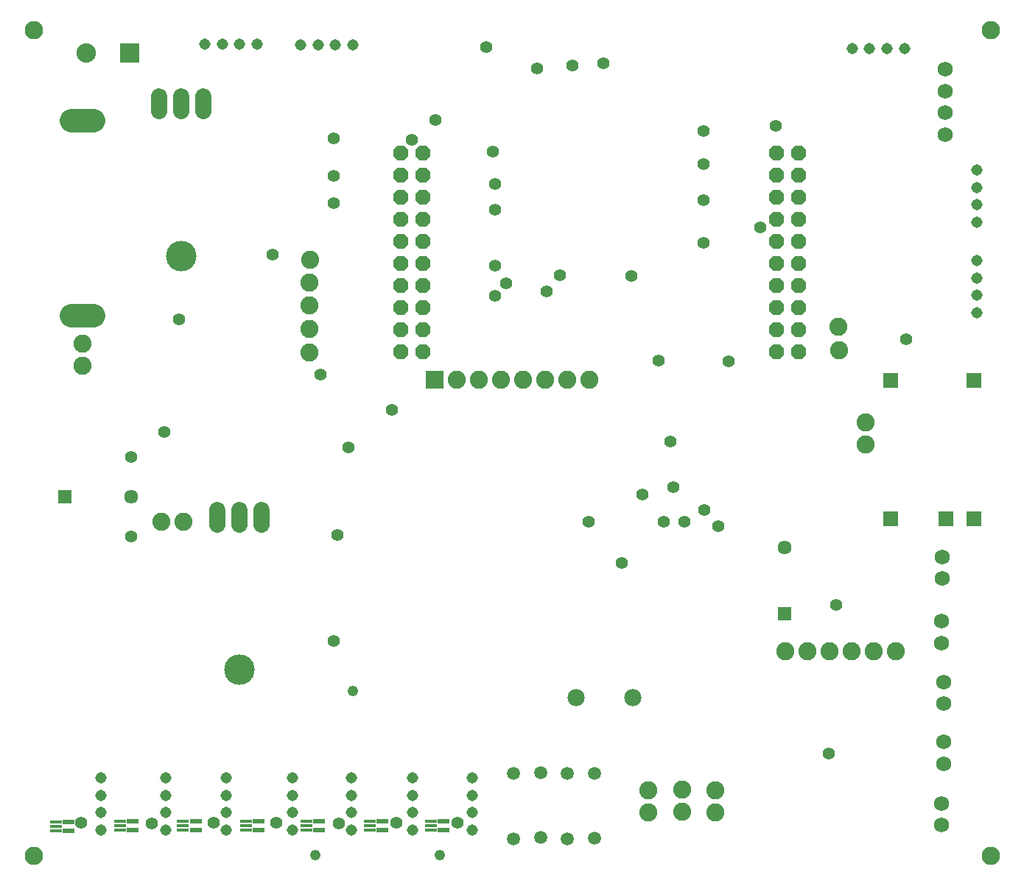
<source format=gbs>
G75*
%MOIN*%
%OFA0B0*%
%FSLAX25Y25*%
%IPPOS*%
%LPD*%
%AMOC8*
5,1,8,0,0,1.08239X$1,22.5*
%
%ADD10C,0.08280*%
%ADD11R,0.06343X0.06343*%
%ADD12C,0.06343*%
%ADD13C,0.06824*%
%ADD14R,0.08800X0.08800*%
%ADD15C,0.08800*%
%ADD16C,0.08200*%
%ADD17OC8,0.06824*%
%ADD18C,0.05950*%
%ADD19R,0.06824X0.06824*%
%ADD20C,0.10800*%
%ADD21C,0.05162*%
%ADD22C,0.07800*%
%ADD23R,0.05200X0.01800*%
%ADD24R,0.05200X0.02000*%
%ADD25R,0.08200X0.08200*%
%ADD26C,0.07400*%
%ADD27C,0.13800*%
%ADD28C,0.05550*%
%ADD29C,0.04762*%
D10*
X0010843Y0010843D03*
X0010843Y0384858D03*
X0443913Y0384858D03*
X0443913Y0010843D03*
D11*
X0350543Y0120640D03*
X0025039Y0173587D03*
D12*
X0055039Y0173587D03*
X0350543Y0150640D03*
D13*
X0421850Y0146197D03*
X0421850Y0136354D03*
X0421797Y0117053D03*
X0421797Y0107211D03*
X0422624Y0089553D03*
X0422624Y0079711D03*
X0422676Y0062459D03*
X0422676Y0052616D03*
X0421725Y0034548D03*
X0421725Y0024706D03*
X0423180Y0337565D03*
X0423180Y0347407D03*
X0423180Y0357250D03*
X0423180Y0367093D03*
D14*
X0054406Y0374356D03*
D15*
X0034720Y0374356D03*
D16*
X0135895Y0280905D03*
X0135770Y0270530D03*
X0135520Y0260030D03*
X0135770Y0249530D03*
X0135770Y0238780D03*
X0202378Y0226600D03*
X0212378Y0226600D03*
X0222378Y0226600D03*
X0232378Y0226600D03*
X0242378Y0226600D03*
X0252378Y0226600D03*
X0262378Y0226600D03*
X0375435Y0239750D03*
X0374935Y0250500D03*
X0387496Y0207250D03*
X0387496Y0197250D03*
X0391125Y0103625D03*
X0401125Y0103625D03*
X0381125Y0103625D03*
X0371125Y0103625D03*
X0361125Y0103625D03*
X0351125Y0103625D03*
X0319500Y0040500D03*
X0319500Y0030500D03*
X0304500Y0030750D03*
X0304500Y0040750D03*
X0289125Y0040500D03*
X0289125Y0030500D03*
X0078756Y0162250D03*
X0068756Y0162250D03*
X0032939Y0232750D03*
X0032939Y0242750D03*
D17*
X0177122Y0239000D03*
X0177122Y0249000D03*
X0177122Y0259000D03*
X0177122Y0269000D03*
X0177122Y0279000D03*
X0177122Y0289000D03*
X0177122Y0299000D03*
X0177122Y0309000D03*
X0177122Y0319000D03*
X0177122Y0329000D03*
X0187122Y0329000D03*
X0187122Y0319000D03*
X0187122Y0309000D03*
X0187122Y0299000D03*
X0187122Y0289000D03*
X0187122Y0279000D03*
X0187122Y0269000D03*
X0187122Y0259000D03*
X0187122Y0249000D03*
X0187122Y0239000D03*
X0347122Y0239000D03*
X0347122Y0249000D03*
X0357122Y0249000D03*
X0357122Y0239000D03*
X0357122Y0259000D03*
X0347122Y0259000D03*
X0347122Y0269000D03*
X0357122Y0269000D03*
X0357122Y0279000D03*
X0347122Y0279000D03*
X0347122Y0289000D03*
X0347122Y0299000D03*
X0357122Y0299000D03*
X0357122Y0289000D03*
X0357122Y0309000D03*
X0347122Y0309000D03*
X0347122Y0319000D03*
X0357122Y0319000D03*
X0357122Y0329000D03*
X0347122Y0329000D03*
D18*
X0264550Y0048300D03*
X0252500Y0048153D03*
X0240175Y0048575D03*
X0228000Y0048153D03*
X0228000Y0018625D03*
X0240175Y0019047D03*
X0252500Y0018625D03*
X0264550Y0018772D03*
D19*
X0398803Y0163481D03*
X0423764Y0163481D03*
X0436283Y0163481D03*
X0436303Y0226001D03*
X0398803Y0226001D03*
D20*
X0037939Y0255326D02*
X0027939Y0255326D01*
X0027939Y0343926D02*
X0037939Y0343926D01*
D21*
X0088323Y0378480D03*
X0096197Y0378480D03*
X0104071Y0378480D03*
X0111945Y0378480D03*
X0131630Y0378087D03*
X0139504Y0378087D03*
X0147378Y0378087D03*
X0155252Y0378087D03*
X0381236Y0376512D03*
X0389110Y0376512D03*
X0396984Y0376512D03*
X0404858Y0376512D03*
X0437693Y0321394D03*
X0437693Y0313520D03*
X0437693Y0305646D03*
X0437693Y0297772D03*
X0437693Y0280449D03*
X0437693Y0272575D03*
X0437693Y0264701D03*
X0437693Y0256827D03*
X0209340Y0046060D03*
X0209340Y0038186D03*
X0209340Y0030312D03*
X0209340Y0022438D03*
X0182340Y0022438D03*
X0182340Y0030312D03*
X0182340Y0038186D03*
X0182340Y0046060D03*
X0154715Y0046060D03*
X0154715Y0038186D03*
X0154715Y0030312D03*
X0154715Y0022438D03*
X0127840Y0022438D03*
X0127840Y0030312D03*
X0127840Y0038186D03*
X0127840Y0046060D03*
X0098090Y0046060D03*
X0098090Y0038186D03*
X0098090Y0030312D03*
X0098090Y0022438D03*
X0070590Y0022438D03*
X0070590Y0030312D03*
X0070590Y0038186D03*
X0070590Y0046060D03*
X0041465Y0046060D03*
X0041465Y0038186D03*
X0041465Y0030312D03*
X0041465Y0022438D03*
D22*
X0256455Y0082500D03*
X0282045Y0082500D03*
D23*
X0190600Y0026500D03*
X0190600Y0024500D03*
X0190600Y0022500D03*
X0162975Y0022500D03*
X0162975Y0024500D03*
X0162975Y0026500D03*
X0134350Y0026500D03*
X0134350Y0024500D03*
X0134350Y0022500D03*
X0106975Y0022500D03*
X0106975Y0024500D03*
X0106975Y0026500D03*
X0078475Y0026500D03*
X0078475Y0024500D03*
X0078475Y0022500D03*
X0049850Y0022500D03*
X0049850Y0024500D03*
X0049850Y0026500D03*
X0020850Y0026000D03*
X0020850Y0024000D03*
X0020850Y0022000D03*
D24*
X0026650Y0022000D03*
X0026650Y0026000D03*
X0055650Y0026500D03*
X0055650Y0022500D03*
X0084275Y0022500D03*
X0084275Y0026500D03*
X0112775Y0026500D03*
X0112775Y0022500D03*
X0140150Y0022500D03*
X0140150Y0026500D03*
X0168775Y0026500D03*
X0168775Y0022500D03*
X0196400Y0022500D03*
X0196400Y0026500D03*
D25*
X0192378Y0226600D03*
D26*
X0114150Y0167489D02*
X0114150Y0160889D01*
X0104150Y0160889D02*
X0104150Y0167489D01*
X0094150Y0167489D02*
X0094150Y0160889D01*
X0087772Y0348291D02*
X0087772Y0354891D01*
X0077772Y0354891D02*
X0077772Y0348291D01*
X0067772Y0348291D02*
X0067772Y0354891D01*
D27*
X0077772Y0282591D03*
X0104150Y0095189D03*
D28*
X0146669Y0108087D03*
X0148244Y0156118D03*
X0153362Y0195882D03*
X0173047Y0212811D03*
X0140764Y0228953D03*
X0119110Y0283283D03*
X0146669Y0306512D03*
X0146669Y0318717D03*
X0146669Y0335646D03*
X0182102Y0335252D03*
X0192732Y0344307D03*
X0218717Y0329740D03*
X0219504Y0315173D03*
X0219504Y0303362D03*
X0219504Y0278165D03*
X0224622Y0270291D03*
X0219504Y0264386D03*
X0243126Y0266354D03*
X0249031Y0273835D03*
X0281315Y0273441D03*
X0313992Y0288402D03*
X0313992Y0307693D03*
X0313992Y0324228D03*
X0313992Y0339189D03*
X0346669Y0341551D03*
X0339583Y0295488D03*
X0325331Y0234976D03*
X0293520Y0235252D03*
X0299031Y0198638D03*
X0300213Y0177772D03*
X0314386Y0167535D03*
X0320685Y0160055D03*
X0305331Y0162024D03*
X0295882Y0162024D03*
X0286433Y0174622D03*
X0262024Y0162024D03*
X0276984Y0143520D03*
X0373835Y0124622D03*
X0370685Y0057299D03*
X0202575Y0025803D03*
X0175016Y0025803D03*
X0149031Y0025409D03*
X0120685Y0025803D03*
X0092339Y0025803D03*
X0064386Y0025409D03*
X0032496Y0025803D03*
X0054937Y0155331D03*
X0054937Y0191551D03*
X0069898Y0202969D03*
X0076591Y0253756D03*
X0215567Y0376984D03*
X0238795Y0367535D03*
X0254543Y0368717D03*
X0268717Y0369898D03*
X0405724Y0244701D03*
D29*
X0155242Y0085606D03*
X0138500Y0011000D03*
X0194750Y0011000D03*
M02*

</source>
